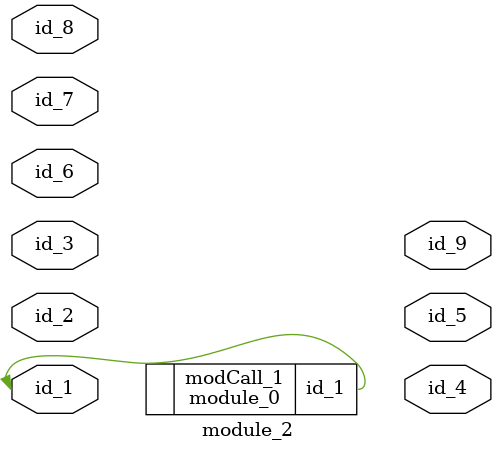
<source format=v>
module module_0 (
    id_1
);
  inout wire id_1;
  wire id_2;
  wire id_3;
endmodule
module module_1;
  assign id_1 = id_1;
  module_0 modCall_1 (id_1);
endmodule
module module_2 (
    id_1,
    id_2,
    id_3,
    id_4,
    id_5,
    id_6,
    id_7,
    id_8,
    id_9
);
  output wire id_9;
  input wire id_8;
  inout wire id_7;
  inout wire id_6;
  output wire id_5;
  output wire id_4;
  inout wire id_3;
  inout wire id_2;
  inout wire id_1;
  module_0 modCall_1 (id_1);
endmodule

</source>
